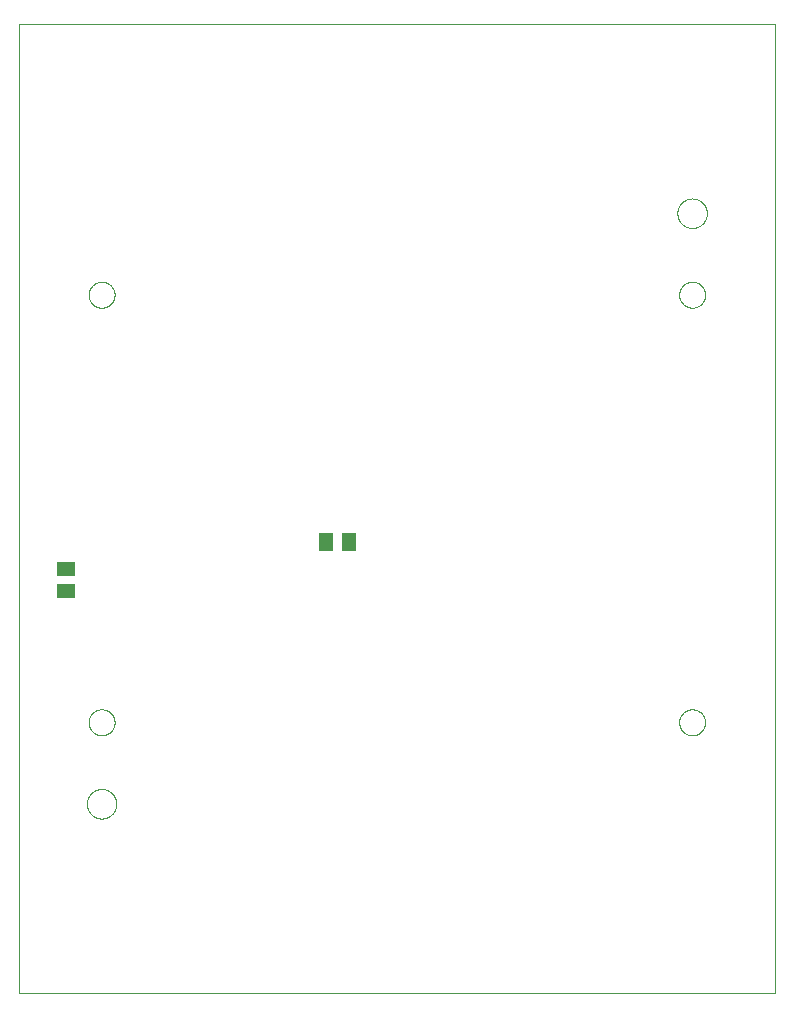
<source format=gbp>
G04 EAGLE Gerber RS-274X export*
G75*
%MOMM*%
%FSLAX34Y34*%
%LPD*%
%INPaste Mask Bottom*%
%IPPOS*%
%AMOC8*
5,1,8,0,0,1.08239X$1,22.5*%
G01*
%ADD10C,0.000000*%
%ADD11R,1.300000X1.500000*%
%ADD12R,1.500000X1.300000*%


D10*
X0Y0D02*
X640000Y0D01*
X640000Y820000D01*
X0Y820000D01*
X0Y0D01*
X557500Y660000D02*
X557504Y660307D01*
X557515Y660613D01*
X557534Y660920D01*
X557560Y661225D01*
X557594Y661530D01*
X557635Y661834D01*
X557684Y662137D01*
X557740Y662439D01*
X557804Y662739D01*
X557875Y663037D01*
X557953Y663334D01*
X558038Y663629D01*
X558131Y663921D01*
X558231Y664211D01*
X558338Y664499D01*
X558452Y664784D01*
X558572Y665066D01*
X558700Y665344D01*
X558835Y665620D01*
X558976Y665892D01*
X559124Y666161D01*
X559278Y666426D01*
X559439Y666687D01*
X559607Y666945D01*
X559780Y667198D01*
X559960Y667446D01*
X560146Y667690D01*
X560337Y667930D01*
X560535Y668165D01*
X560738Y668394D01*
X560947Y668619D01*
X561161Y668839D01*
X561381Y669053D01*
X561606Y669262D01*
X561835Y669465D01*
X562070Y669663D01*
X562310Y669854D01*
X562554Y670040D01*
X562802Y670220D01*
X563055Y670393D01*
X563313Y670561D01*
X563574Y670722D01*
X563839Y670876D01*
X564108Y671024D01*
X564380Y671165D01*
X564656Y671300D01*
X564934Y671428D01*
X565216Y671548D01*
X565501Y671662D01*
X565789Y671769D01*
X566079Y671869D01*
X566371Y671962D01*
X566666Y672047D01*
X566963Y672125D01*
X567261Y672196D01*
X567561Y672260D01*
X567863Y672316D01*
X568166Y672365D01*
X568470Y672406D01*
X568775Y672440D01*
X569080Y672466D01*
X569387Y672485D01*
X569693Y672496D01*
X570000Y672500D01*
X570307Y672496D01*
X570613Y672485D01*
X570920Y672466D01*
X571225Y672440D01*
X571530Y672406D01*
X571834Y672365D01*
X572137Y672316D01*
X572439Y672260D01*
X572739Y672196D01*
X573037Y672125D01*
X573334Y672047D01*
X573629Y671962D01*
X573921Y671869D01*
X574211Y671769D01*
X574499Y671662D01*
X574784Y671548D01*
X575066Y671428D01*
X575344Y671300D01*
X575620Y671165D01*
X575892Y671024D01*
X576161Y670876D01*
X576426Y670722D01*
X576687Y670561D01*
X576945Y670393D01*
X577198Y670220D01*
X577446Y670040D01*
X577690Y669854D01*
X577930Y669663D01*
X578165Y669465D01*
X578394Y669262D01*
X578619Y669053D01*
X578839Y668839D01*
X579053Y668619D01*
X579262Y668394D01*
X579465Y668165D01*
X579663Y667930D01*
X579854Y667690D01*
X580040Y667446D01*
X580220Y667198D01*
X580393Y666945D01*
X580561Y666687D01*
X580722Y666426D01*
X580876Y666161D01*
X581024Y665892D01*
X581165Y665620D01*
X581300Y665344D01*
X581428Y665066D01*
X581548Y664784D01*
X581662Y664499D01*
X581769Y664211D01*
X581869Y663921D01*
X581962Y663629D01*
X582047Y663334D01*
X582125Y663037D01*
X582196Y662739D01*
X582260Y662439D01*
X582316Y662137D01*
X582365Y661834D01*
X582406Y661530D01*
X582440Y661225D01*
X582466Y660920D01*
X582485Y660613D01*
X582496Y660307D01*
X582500Y660000D01*
X582496Y659693D01*
X582485Y659387D01*
X582466Y659080D01*
X582440Y658775D01*
X582406Y658470D01*
X582365Y658166D01*
X582316Y657863D01*
X582260Y657561D01*
X582196Y657261D01*
X582125Y656963D01*
X582047Y656666D01*
X581962Y656371D01*
X581869Y656079D01*
X581769Y655789D01*
X581662Y655501D01*
X581548Y655216D01*
X581428Y654934D01*
X581300Y654656D01*
X581165Y654380D01*
X581024Y654108D01*
X580876Y653839D01*
X580722Y653574D01*
X580561Y653313D01*
X580393Y653055D01*
X580220Y652802D01*
X580040Y652554D01*
X579854Y652310D01*
X579663Y652070D01*
X579465Y651835D01*
X579262Y651606D01*
X579053Y651381D01*
X578839Y651161D01*
X578619Y650947D01*
X578394Y650738D01*
X578165Y650535D01*
X577930Y650337D01*
X577690Y650146D01*
X577446Y649960D01*
X577198Y649780D01*
X576945Y649607D01*
X576687Y649439D01*
X576426Y649278D01*
X576161Y649124D01*
X575892Y648976D01*
X575620Y648835D01*
X575344Y648700D01*
X575066Y648572D01*
X574784Y648452D01*
X574499Y648338D01*
X574211Y648231D01*
X573921Y648131D01*
X573629Y648038D01*
X573334Y647953D01*
X573037Y647875D01*
X572739Y647804D01*
X572439Y647740D01*
X572137Y647684D01*
X571834Y647635D01*
X571530Y647594D01*
X571225Y647560D01*
X570920Y647534D01*
X570613Y647515D01*
X570307Y647504D01*
X570000Y647500D01*
X569693Y647504D01*
X569387Y647515D01*
X569080Y647534D01*
X568775Y647560D01*
X568470Y647594D01*
X568166Y647635D01*
X567863Y647684D01*
X567561Y647740D01*
X567261Y647804D01*
X566963Y647875D01*
X566666Y647953D01*
X566371Y648038D01*
X566079Y648131D01*
X565789Y648231D01*
X565501Y648338D01*
X565216Y648452D01*
X564934Y648572D01*
X564656Y648700D01*
X564380Y648835D01*
X564108Y648976D01*
X563839Y649124D01*
X563574Y649278D01*
X563313Y649439D01*
X563055Y649607D01*
X562802Y649780D01*
X562554Y649960D01*
X562310Y650146D01*
X562070Y650337D01*
X561835Y650535D01*
X561606Y650738D01*
X561381Y650947D01*
X561161Y651161D01*
X560947Y651381D01*
X560738Y651606D01*
X560535Y651835D01*
X560337Y652070D01*
X560146Y652310D01*
X559960Y652554D01*
X559780Y652802D01*
X559607Y653055D01*
X559439Y653313D01*
X559278Y653574D01*
X559124Y653839D01*
X558976Y654108D01*
X558835Y654380D01*
X558700Y654656D01*
X558572Y654934D01*
X558452Y655216D01*
X558338Y655501D01*
X558231Y655789D01*
X558131Y656079D01*
X558038Y656371D01*
X557953Y656666D01*
X557875Y656963D01*
X557804Y657261D01*
X557740Y657561D01*
X557684Y657863D01*
X557635Y658166D01*
X557594Y658470D01*
X557560Y658775D01*
X557534Y659080D01*
X557515Y659387D01*
X557504Y659693D01*
X557500Y660000D01*
X57500Y160000D02*
X57504Y160307D01*
X57515Y160613D01*
X57534Y160920D01*
X57560Y161225D01*
X57594Y161530D01*
X57635Y161834D01*
X57684Y162137D01*
X57740Y162439D01*
X57804Y162739D01*
X57875Y163037D01*
X57953Y163334D01*
X58038Y163629D01*
X58131Y163921D01*
X58231Y164211D01*
X58338Y164499D01*
X58452Y164784D01*
X58572Y165066D01*
X58700Y165344D01*
X58835Y165620D01*
X58976Y165892D01*
X59124Y166161D01*
X59278Y166426D01*
X59439Y166687D01*
X59607Y166945D01*
X59780Y167198D01*
X59960Y167446D01*
X60146Y167690D01*
X60337Y167930D01*
X60535Y168165D01*
X60738Y168394D01*
X60947Y168619D01*
X61161Y168839D01*
X61381Y169053D01*
X61606Y169262D01*
X61835Y169465D01*
X62070Y169663D01*
X62310Y169854D01*
X62554Y170040D01*
X62802Y170220D01*
X63055Y170393D01*
X63313Y170561D01*
X63574Y170722D01*
X63839Y170876D01*
X64108Y171024D01*
X64380Y171165D01*
X64656Y171300D01*
X64934Y171428D01*
X65216Y171548D01*
X65501Y171662D01*
X65789Y171769D01*
X66079Y171869D01*
X66371Y171962D01*
X66666Y172047D01*
X66963Y172125D01*
X67261Y172196D01*
X67561Y172260D01*
X67863Y172316D01*
X68166Y172365D01*
X68470Y172406D01*
X68775Y172440D01*
X69080Y172466D01*
X69387Y172485D01*
X69693Y172496D01*
X70000Y172500D01*
X70307Y172496D01*
X70613Y172485D01*
X70920Y172466D01*
X71225Y172440D01*
X71530Y172406D01*
X71834Y172365D01*
X72137Y172316D01*
X72439Y172260D01*
X72739Y172196D01*
X73037Y172125D01*
X73334Y172047D01*
X73629Y171962D01*
X73921Y171869D01*
X74211Y171769D01*
X74499Y171662D01*
X74784Y171548D01*
X75066Y171428D01*
X75344Y171300D01*
X75620Y171165D01*
X75892Y171024D01*
X76161Y170876D01*
X76426Y170722D01*
X76687Y170561D01*
X76945Y170393D01*
X77198Y170220D01*
X77446Y170040D01*
X77690Y169854D01*
X77930Y169663D01*
X78165Y169465D01*
X78394Y169262D01*
X78619Y169053D01*
X78839Y168839D01*
X79053Y168619D01*
X79262Y168394D01*
X79465Y168165D01*
X79663Y167930D01*
X79854Y167690D01*
X80040Y167446D01*
X80220Y167198D01*
X80393Y166945D01*
X80561Y166687D01*
X80722Y166426D01*
X80876Y166161D01*
X81024Y165892D01*
X81165Y165620D01*
X81300Y165344D01*
X81428Y165066D01*
X81548Y164784D01*
X81662Y164499D01*
X81769Y164211D01*
X81869Y163921D01*
X81962Y163629D01*
X82047Y163334D01*
X82125Y163037D01*
X82196Y162739D01*
X82260Y162439D01*
X82316Y162137D01*
X82365Y161834D01*
X82406Y161530D01*
X82440Y161225D01*
X82466Y160920D01*
X82485Y160613D01*
X82496Y160307D01*
X82500Y160000D01*
X82496Y159693D01*
X82485Y159387D01*
X82466Y159080D01*
X82440Y158775D01*
X82406Y158470D01*
X82365Y158166D01*
X82316Y157863D01*
X82260Y157561D01*
X82196Y157261D01*
X82125Y156963D01*
X82047Y156666D01*
X81962Y156371D01*
X81869Y156079D01*
X81769Y155789D01*
X81662Y155501D01*
X81548Y155216D01*
X81428Y154934D01*
X81300Y154656D01*
X81165Y154380D01*
X81024Y154108D01*
X80876Y153839D01*
X80722Y153574D01*
X80561Y153313D01*
X80393Y153055D01*
X80220Y152802D01*
X80040Y152554D01*
X79854Y152310D01*
X79663Y152070D01*
X79465Y151835D01*
X79262Y151606D01*
X79053Y151381D01*
X78839Y151161D01*
X78619Y150947D01*
X78394Y150738D01*
X78165Y150535D01*
X77930Y150337D01*
X77690Y150146D01*
X77446Y149960D01*
X77198Y149780D01*
X76945Y149607D01*
X76687Y149439D01*
X76426Y149278D01*
X76161Y149124D01*
X75892Y148976D01*
X75620Y148835D01*
X75344Y148700D01*
X75066Y148572D01*
X74784Y148452D01*
X74499Y148338D01*
X74211Y148231D01*
X73921Y148131D01*
X73629Y148038D01*
X73334Y147953D01*
X73037Y147875D01*
X72739Y147804D01*
X72439Y147740D01*
X72137Y147684D01*
X71834Y147635D01*
X71530Y147594D01*
X71225Y147560D01*
X70920Y147534D01*
X70613Y147515D01*
X70307Y147504D01*
X70000Y147500D01*
X69693Y147504D01*
X69387Y147515D01*
X69080Y147534D01*
X68775Y147560D01*
X68470Y147594D01*
X68166Y147635D01*
X67863Y147684D01*
X67561Y147740D01*
X67261Y147804D01*
X66963Y147875D01*
X66666Y147953D01*
X66371Y148038D01*
X66079Y148131D01*
X65789Y148231D01*
X65501Y148338D01*
X65216Y148452D01*
X64934Y148572D01*
X64656Y148700D01*
X64380Y148835D01*
X64108Y148976D01*
X63839Y149124D01*
X63574Y149278D01*
X63313Y149439D01*
X63055Y149607D01*
X62802Y149780D01*
X62554Y149960D01*
X62310Y150146D01*
X62070Y150337D01*
X61835Y150535D01*
X61606Y150738D01*
X61381Y150947D01*
X61161Y151161D01*
X60947Y151381D01*
X60738Y151606D01*
X60535Y151835D01*
X60337Y152070D01*
X60146Y152310D01*
X59960Y152554D01*
X59780Y152802D01*
X59607Y153055D01*
X59439Y153313D01*
X59278Y153574D01*
X59124Y153839D01*
X58976Y154108D01*
X58835Y154380D01*
X58700Y154656D01*
X58572Y154934D01*
X58452Y155216D01*
X58338Y155501D01*
X58231Y155789D01*
X58131Y156079D01*
X58038Y156371D01*
X57953Y156666D01*
X57875Y156963D01*
X57804Y157261D01*
X57740Y157561D01*
X57684Y157863D01*
X57635Y158166D01*
X57594Y158470D01*
X57560Y158775D01*
X57534Y159080D01*
X57515Y159387D01*
X57504Y159693D01*
X57500Y160000D01*
X559000Y591000D02*
X559003Y591270D01*
X559013Y591540D01*
X559030Y591809D01*
X559053Y592078D01*
X559083Y592347D01*
X559119Y592614D01*
X559162Y592881D01*
X559211Y593146D01*
X559267Y593410D01*
X559330Y593673D01*
X559398Y593934D01*
X559474Y594193D01*
X559555Y594450D01*
X559643Y594706D01*
X559737Y594959D01*
X559837Y595210D01*
X559944Y595458D01*
X560056Y595703D01*
X560175Y595946D01*
X560299Y596185D01*
X560429Y596422D01*
X560565Y596655D01*
X560707Y596885D01*
X560854Y597111D01*
X561007Y597334D01*
X561165Y597553D01*
X561328Y597768D01*
X561497Y597978D01*
X561671Y598185D01*
X561850Y598387D01*
X562033Y598585D01*
X562222Y598778D01*
X562415Y598967D01*
X562613Y599150D01*
X562815Y599329D01*
X563022Y599503D01*
X563232Y599672D01*
X563447Y599835D01*
X563666Y599993D01*
X563889Y600146D01*
X564115Y600293D01*
X564345Y600435D01*
X564578Y600571D01*
X564815Y600701D01*
X565054Y600825D01*
X565297Y600944D01*
X565542Y601056D01*
X565790Y601163D01*
X566041Y601263D01*
X566294Y601357D01*
X566550Y601445D01*
X566807Y601526D01*
X567066Y601602D01*
X567327Y601670D01*
X567590Y601733D01*
X567854Y601789D01*
X568119Y601838D01*
X568386Y601881D01*
X568653Y601917D01*
X568922Y601947D01*
X569191Y601970D01*
X569460Y601987D01*
X569730Y601997D01*
X570000Y602000D01*
X570270Y601997D01*
X570540Y601987D01*
X570809Y601970D01*
X571078Y601947D01*
X571347Y601917D01*
X571614Y601881D01*
X571881Y601838D01*
X572146Y601789D01*
X572410Y601733D01*
X572673Y601670D01*
X572934Y601602D01*
X573193Y601526D01*
X573450Y601445D01*
X573706Y601357D01*
X573959Y601263D01*
X574210Y601163D01*
X574458Y601056D01*
X574703Y600944D01*
X574946Y600825D01*
X575185Y600701D01*
X575422Y600571D01*
X575655Y600435D01*
X575885Y600293D01*
X576111Y600146D01*
X576334Y599993D01*
X576553Y599835D01*
X576768Y599672D01*
X576978Y599503D01*
X577185Y599329D01*
X577387Y599150D01*
X577585Y598967D01*
X577778Y598778D01*
X577967Y598585D01*
X578150Y598387D01*
X578329Y598185D01*
X578503Y597978D01*
X578672Y597768D01*
X578835Y597553D01*
X578993Y597334D01*
X579146Y597111D01*
X579293Y596885D01*
X579435Y596655D01*
X579571Y596422D01*
X579701Y596185D01*
X579825Y595946D01*
X579944Y595703D01*
X580056Y595458D01*
X580163Y595210D01*
X580263Y594959D01*
X580357Y594706D01*
X580445Y594450D01*
X580526Y594193D01*
X580602Y593934D01*
X580670Y593673D01*
X580733Y593410D01*
X580789Y593146D01*
X580838Y592881D01*
X580881Y592614D01*
X580917Y592347D01*
X580947Y592078D01*
X580970Y591809D01*
X580987Y591540D01*
X580997Y591270D01*
X581000Y591000D01*
X580997Y590730D01*
X580987Y590460D01*
X580970Y590191D01*
X580947Y589922D01*
X580917Y589653D01*
X580881Y589386D01*
X580838Y589119D01*
X580789Y588854D01*
X580733Y588590D01*
X580670Y588327D01*
X580602Y588066D01*
X580526Y587807D01*
X580445Y587550D01*
X580357Y587294D01*
X580263Y587041D01*
X580163Y586790D01*
X580056Y586542D01*
X579944Y586297D01*
X579825Y586054D01*
X579701Y585815D01*
X579571Y585578D01*
X579435Y585345D01*
X579293Y585115D01*
X579146Y584889D01*
X578993Y584666D01*
X578835Y584447D01*
X578672Y584232D01*
X578503Y584022D01*
X578329Y583815D01*
X578150Y583613D01*
X577967Y583415D01*
X577778Y583222D01*
X577585Y583033D01*
X577387Y582850D01*
X577185Y582671D01*
X576978Y582497D01*
X576768Y582328D01*
X576553Y582165D01*
X576334Y582007D01*
X576111Y581854D01*
X575885Y581707D01*
X575655Y581565D01*
X575422Y581429D01*
X575185Y581299D01*
X574946Y581175D01*
X574703Y581056D01*
X574458Y580944D01*
X574210Y580837D01*
X573959Y580737D01*
X573706Y580643D01*
X573450Y580555D01*
X573193Y580474D01*
X572934Y580398D01*
X572673Y580330D01*
X572410Y580267D01*
X572146Y580211D01*
X571881Y580162D01*
X571614Y580119D01*
X571347Y580083D01*
X571078Y580053D01*
X570809Y580030D01*
X570540Y580013D01*
X570270Y580003D01*
X570000Y580000D01*
X569730Y580003D01*
X569460Y580013D01*
X569191Y580030D01*
X568922Y580053D01*
X568653Y580083D01*
X568386Y580119D01*
X568119Y580162D01*
X567854Y580211D01*
X567590Y580267D01*
X567327Y580330D01*
X567066Y580398D01*
X566807Y580474D01*
X566550Y580555D01*
X566294Y580643D01*
X566041Y580737D01*
X565790Y580837D01*
X565542Y580944D01*
X565297Y581056D01*
X565054Y581175D01*
X564815Y581299D01*
X564578Y581429D01*
X564345Y581565D01*
X564115Y581707D01*
X563889Y581854D01*
X563666Y582007D01*
X563447Y582165D01*
X563232Y582328D01*
X563022Y582497D01*
X562815Y582671D01*
X562613Y582850D01*
X562415Y583033D01*
X562222Y583222D01*
X562033Y583415D01*
X561850Y583613D01*
X561671Y583815D01*
X561497Y584022D01*
X561328Y584232D01*
X561165Y584447D01*
X561007Y584666D01*
X560854Y584889D01*
X560707Y585115D01*
X560565Y585345D01*
X560429Y585578D01*
X560299Y585815D01*
X560175Y586054D01*
X560056Y586297D01*
X559944Y586542D01*
X559837Y586790D01*
X559737Y587041D01*
X559643Y587294D01*
X559555Y587550D01*
X559474Y587807D01*
X559398Y588066D01*
X559330Y588327D01*
X559267Y588590D01*
X559211Y588854D01*
X559162Y589119D01*
X559119Y589386D01*
X559083Y589653D01*
X559053Y589922D01*
X559030Y590191D01*
X559013Y590460D01*
X559003Y590730D01*
X559000Y591000D01*
X559000Y229000D02*
X559003Y229270D01*
X559013Y229540D01*
X559030Y229809D01*
X559053Y230078D01*
X559083Y230347D01*
X559119Y230614D01*
X559162Y230881D01*
X559211Y231146D01*
X559267Y231410D01*
X559330Y231673D01*
X559398Y231934D01*
X559474Y232193D01*
X559555Y232450D01*
X559643Y232706D01*
X559737Y232959D01*
X559837Y233210D01*
X559944Y233458D01*
X560056Y233703D01*
X560175Y233946D01*
X560299Y234185D01*
X560429Y234422D01*
X560565Y234655D01*
X560707Y234885D01*
X560854Y235111D01*
X561007Y235334D01*
X561165Y235553D01*
X561328Y235768D01*
X561497Y235978D01*
X561671Y236185D01*
X561850Y236387D01*
X562033Y236585D01*
X562222Y236778D01*
X562415Y236967D01*
X562613Y237150D01*
X562815Y237329D01*
X563022Y237503D01*
X563232Y237672D01*
X563447Y237835D01*
X563666Y237993D01*
X563889Y238146D01*
X564115Y238293D01*
X564345Y238435D01*
X564578Y238571D01*
X564815Y238701D01*
X565054Y238825D01*
X565297Y238944D01*
X565542Y239056D01*
X565790Y239163D01*
X566041Y239263D01*
X566294Y239357D01*
X566550Y239445D01*
X566807Y239526D01*
X567066Y239602D01*
X567327Y239670D01*
X567590Y239733D01*
X567854Y239789D01*
X568119Y239838D01*
X568386Y239881D01*
X568653Y239917D01*
X568922Y239947D01*
X569191Y239970D01*
X569460Y239987D01*
X569730Y239997D01*
X570000Y240000D01*
X570270Y239997D01*
X570540Y239987D01*
X570809Y239970D01*
X571078Y239947D01*
X571347Y239917D01*
X571614Y239881D01*
X571881Y239838D01*
X572146Y239789D01*
X572410Y239733D01*
X572673Y239670D01*
X572934Y239602D01*
X573193Y239526D01*
X573450Y239445D01*
X573706Y239357D01*
X573959Y239263D01*
X574210Y239163D01*
X574458Y239056D01*
X574703Y238944D01*
X574946Y238825D01*
X575185Y238701D01*
X575422Y238571D01*
X575655Y238435D01*
X575885Y238293D01*
X576111Y238146D01*
X576334Y237993D01*
X576553Y237835D01*
X576768Y237672D01*
X576978Y237503D01*
X577185Y237329D01*
X577387Y237150D01*
X577585Y236967D01*
X577778Y236778D01*
X577967Y236585D01*
X578150Y236387D01*
X578329Y236185D01*
X578503Y235978D01*
X578672Y235768D01*
X578835Y235553D01*
X578993Y235334D01*
X579146Y235111D01*
X579293Y234885D01*
X579435Y234655D01*
X579571Y234422D01*
X579701Y234185D01*
X579825Y233946D01*
X579944Y233703D01*
X580056Y233458D01*
X580163Y233210D01*
X580263Y232959D01*
X580357Y232706D01*
X580445Y232450D01*
X580526Y232193D01*
X580602Y231934D01*
X580670Y231673D01*
X580733Y231410D01*
X580789Y231146D01*
X580838Y230881D01*
X580881Y230614D01*
X580917Y230347D01*
X580947Y230078D01*
X580970Y229809D01*
X580987Y229540D01*
X580997Y229270D01*
X581000Y229000D01*
X580997Y228730D01*
X580987Y228460D01*
X580970Y228191D01*
X580947Y227922D01*
X580917Y227653D01*
X580881Y227386D01*
X580838Y227119D01*
X580789Y226854D01*
X580733Y226590D01*
X580670Y226327D01*
X580602Y226066D01*
X580526Y225807D01*
X580445Y225550D01*
X580357Y225294D01*
X580263Y225041D01*
X580163Y224790D01*
X580056Y224542D01*
X579944Y224297D01*
X579825Y224054D01*
X579701Y223815D01*
X579571Y223578D01*
X579435Y223345D01*
X579293Y223115D01*
X579146Y222889D01*
X578993Y222666D01*
X578835Y222447D01*
X578672Y222232D01*
X578503Y222022D01*
X578329Y221815D01*
X578150Y221613D01*
X577967Y221415D01*
X577778Y221222D01*
X577585Y221033D01*
X577387Y220850D01*
X577185Y220671D01*
X576978Y220497D01*
X576768Y220328D01*
X576553Y220165D01*
X576334Y220007D01*
X576111Y219854D01*
X575885Y219707D01*
X575655Y219565D01*
X575422Y219429D01*
X575185Y219299D01*
X574946Y219175D01*
X574703Y219056D01*
X574458Y218944D01*
X574210Y218837D01*
X573959Y218737D01*
X573706Y218643D01*
X573450Y218555D01*
X573193Y218474D01*
X572934Y218398D01*
X572673Y218330D01*
X572410Y218267D01*
X572146Y218211D01*
X571881Y218162D01*
X571614Y218119D01*
X571347Y218083D01*
X571078Y218053D01*
X570809Y218030D01*
X570540Y218013D01*
X570270Y218003D01*
X570000Y218000D01*
X569730Y218003D01*
X569460Y218013D01*
X569191Y218030D01*
X568922Y218053D01*
X568653Y218083D01*
X568386Y218119D01*
X568119Y218162D01*
X567854Y218211D01*
X567590Y218267D01*
X567327Y218330D01*
X567066Y218398D01*
X566807Y218474D01*
X566550Y218555D01*
X566294Y218643D01*
X566041Y218737D01*
X565790Y218837D01*
X565542Y218944D01*
X565297Y219056D01*
X565054Y219175D01*
X564815Y219299D01*
X564578Y219429D01*
X564345Y219565D01*
X564115Y219707D01*
X563889Y219854D01*
X563666Y220007D01*
X563447Y220165D01*
X563232Y220328D01*
X563022Y220497D01*
X562815Y220671D01*
X562613Y220850D01*
X562415Y221033D01*
X562222Y221222D01*
X562033Y221415D01*
X561850Y221613D01*
X561671Y221815D01*
X561497Y222022D01*
X561328Y222232D01*
X561165Y222447D01*
X561007Y222666D01*
X560854Y222889D01*
X560707Y223115D01*
X560565Y223345D01*
X560429Y223578D01*
X560299Y223815D01*
X560175Y224054D01*
X560056Y224297D01*
X559944Y224542D01*
X559837Y224790D01*
X559737Y225041D01*
X559643Y225294D01*
X559555Y225550D01*
X559474Y225807D01*
X559398Y226066D01*
X559330Y226327D01*
X559267Y226590D01*
X559211Y226854D01*
X559162Y227119D01*
X559119Y227386D01*
X559083Y227653D01*
X559053Y227922D01*
X559030Y228191D01*
X559013Y228460D01*
X559003Y228730D01*
X559000Y229000D01*
X59000Y229000D02*
X59003Y229270D01*
X59013Y229540D01*
X59030Y229809D01*
X59053Y230078D01*
X59083Y230347D01*
X59119Y230614D01*
X59162Y230881D01*
X59211Y231146D01*
X59267Y231410D01*
X59330Y231673D01*
X59398Y231934D01*
X59474Y232193D01*
X59555Y232450D01*
X59643Y232706D01*
X59737Y232959D01*
X59837Y233210D01*
X59944Y233458D01*
X60056Y233703D01*
X60175Y233946D01*
X60299Y234185D01*
X60429Y234422D01*
X60565Y234655D01*
X60707Y234885D01*
X60854Y235111D01*
X61007Y235334D01*
X61165Y235553D01*
X61328Y235768D01*
X61497Y235978D01*
X61671Y236185D01*
X61850Y236387D01*
X62033Y236585D01*
X62222Y236778D01*
X62415Y236967D01*
X62613Y237150D01*
X62815Y237329D01*
X63022Y237503D01*
X63232Y237672D01*
X63447Y237835D01*
X63666Y237993D01*
X63889Y238146D01*
X64115Y238293D01*
X64345Y238435D01*
X64578Y238571D01*
X64815Y238701D01*
X65054Y238825D01*
X65297Y238944D01*
X65542Y239056D01*
X65790Y239163D01*
X66041Y239263D01*
X66294Y239357D01*
X66550Y239445D01*
X66807Y239526D01*
X67066Y239602D01*
X67327Y239670D01*
X67590Y239733D01*
X67854Y239789D01*
X68119Y239838D01*
X68386Y239881D01*
X68653Y239917D01*
X68922Y239947D01*
X69191Y239970D01*
X69460Y239987D01*
X69730Y239997D01*
X70000Y240000D01*
X70270Y239997D01*
X70540Y239987D01*
X70809Y239970D01*
X71078Y239947D01*
X71347Y239917D01*
X71614Y239881D01*
X71881Y239838D01*
X72146Y239789D01*
X72410Y239733D01*
X72673Y239670D01*
X72934Y239602D01*
X73193Y239526D01*
X73450Y239445D01*
X73706Y239357D01*
X73959Y239263D01*
X74210Y239163D01*
X74458Y239056D01*
X74703Y238944D01*
X74946Y238825D01*
X75185Y238701D01*
X75422Y238571D01*
X75655Y238435D01*
X75885Y238293D01*
X76111Y238146D01*
X76334Y237993D01*
X76553Y237835D01*
X76768Y237672D01*
X76978Y237503D01*
X77185Y237329D01*
X77387Y237150D01*
X77585Y236967D01*
X77778Y236778D01*
X77967Y236585D01*
X78150Y236387D01*
X78329Y236185D01*
X78503Y235978D01*
X78672Y235768D01*
X78835Y235553D01*
X78993Y235334D01*
X79146Y235111D01*
X79293Y234885D01*
X79435Y234655D01*
X79571Y234422D01*
X79701Y234185D01*
X79825Y233946D01*
X79944Y233703D01*
X80056Y233458D01*
X80163Y233210D01*
X80263Y232959D01*
X80357Y232706D01*
X80445Y232450D01*
X80526Y232193D01*
X80602Y231934D01*
X80670Y231673D01*
X80733Y231410D01*
X80789Y231146D01*
X80838Y230881D01*
X80881Y230614D01*
X80917Y230347D01*
X80947Y230078D01*
X80970Y229809D01*
X80987Y229540D01*
X80997Y229270D01*
X81000Y229000D01*
X80997Y228730D01*
X80987Y228460D01*
X80970Y228191D01*
X80947Y227922D01*
X80917Y227653D01*
X80881Y227386D01*
X80838Y227119D01*
X80789Y226854D01*
X80733Y226590D01*
X80670Y226327D01*
X80602Y226066D01*
X80526Y225807D01*
X80445Y225550D01*
X80357Y225294D01*
X80263Y225041D01*
X80163Y224790D01*
X80056Y224542D01*
X79944Y224297D01*
X79825Y224054D01*
X79701Y223815D01*
X79571Y223578D01*
X79435Y223345D01*
X79293Y223115D01*
X79146Y222889D01*
X78993Y222666D01*
X78835Y222447D01*
X78672Y222232D01*
X78503Y222022D01*
X78329Y221815D01*
X78150Y221613D01*
X77967Y221415D01*
X77778Y221222D01*
X77585Y221033D01*
X77387Y220850D01*
X77185Y220671D01*
X76978Y220497D01*
X76768Y220328D01*
X76553Y220165D01*
X76334Y220007D01*
X76111Y219854D01*
X75885Y219707D01*
X75655Y219565D01*
X75422Y219429D01*
X75185Y219299D01*
X74946Y219175D01*
X74703Y219056D01*
X74458Y218944D01*
X74210Y218837D01*
X73959Y218737D01*
X73706Y218643D01*
X73450Y218555D01*
X73193Y218474D01*
X72934Y218398D01*
X72673Y218330D01*
X72410Y218267D01*
X72146Y218211D01*
X71881Y218162D01*
X71614Y218119D01*
X71347Y218083D01*
X71078Y218053D01*
X70809Y218030D01*
X70540Y218013D01*
X70270Y218003D01*
X70000Y218000D01*
X69730Y218003D01*
X69460Y218013D01*
X69191Y218030D01*
X68922Y218053D01*
X68653Y218083D01*
X68386Y218119D01*
X68119Y218162D01*
X67854Y218211D01*
X67590Y218267D01*
X67327Y218330D01*
X67066Y218398D01*
X66807Y218474D01*
X66550Y218555D01*
X66294Y218643D01*
X66041Y218737D01*
X65790Y218837D01*
X65542Y218944D01*
X65297Y219056D01*
X65054Y219175D01*
X64815Y219299D01*
X64578Y219429D01*
X64345Y219565D01*
X64115Y219707D01*
X63889Y219854D01*
X63666Y220007D01*
X63447Y220165D01*
X63232Y220328D01*
X63022Y220497D01*
X62815Y220671D01*
X62613Y220850D01*
X62415Y221033D01*
X62222Y221222D01*
X62033Y221415D01*
X61850Y221613D01*
X61671Y221815D01*
X61497Y222022D01*
X61328Y222232D01*
X61165Y222447D01*
X61007Y222666D01*
X60854Y222889D01*
X60707Y223115D01*
X60565Y223345D01*
X60429Y223578D01*
X60299Y223815D01*
X60175Y224054D01*
X60056Y224297D01*
X59944Y224542D01*
X59837Y224790D01*
X59737Y225041D01*
X59643Y225294D01*
X59555Y225550D01*
X59474Y225807D01*
X59398Y226066D01*
X59330Y226327D01*
X59267Y226590D01*
X59211Y226854D01*
X59162Y227119D01*
X59119Y227386D01*
X59083Y227653D01*
X59053Y227922D01*
X59030Y228191D01*
X59013Y228460D01*
X59003Y228730D01*
X59000Y229000D01*
X59000Y591000D02*
X59003Y591270D01*
X59013Y591540D01*
X59030Y591809D01*
X59053Y592078D01*
X59083Y592347D01*
X59119Y592614D01*
X59162Y592881D01*
X59211Y593146D01*
X59267Y593410D01*
X59330Y593673D01*
X59398Y593934D01*
X59474Y594193D01*
X59555Y594450D01*
X59643Y594706D01*
X59737Y594959D01*
X59837Y595210D01*
X59944Y595458D01*
X60056Y595703D01*
X60175Y595946D01*
X60299Y596185D01*
X60429Y596422D01*
X60565Y596655D01*
X60707Y596885D01*
X60854Y597111D01*
X61007Y597334D01*
X61165Y597553D01*
X61328Y597768D01*
X61497Y597978D01*
X61671Y598185D01*
X61850Y598387D01*
X62033Y598585D01*
X62222Y598778D01*
X62415Y598967D01*
X62613Y599150D01*
X62815Y599329D01*
X63022Y599503D01*
X63232Y599672D01*
X63447Y599835D01*
X63666Y599993D01*
X63889Y600146D01*
X64115Y600293D01*
X64345Y600435D01*
X64578Y600571D01*
X64815Y600701D01*
X65054Y600825D01*
X65297Y600944D01*
X65542Y601056D01*
X65790Y601163D01*
X66041Y601263D01*
X66294Y601357D01*
X66550Y601445D01*
X66807Y601526D01*
X67066Y601602D01*
X67327Y601670D01*
X67590Y601733D01*
X67854Y601789D01*
X68119Y601838D01*
X68386Y601881D01*
X68653Y601917D01*
X68922Y601947D01*
X69191Y601970D01*
X69460Y601987D01*
X69730Y601997D01*
X70000Y602000D01*
X70270Y601997D01*
X70540Y601987D01*
X70809Y601970D01*
X71078Y601947D01*
X71347Y601917D01*
X71614Y601881D01*
X71881Y601838D01*
X72146Y601789D01*
X72410Y601733D01*
X72673Y601670D01*
X72934Y601602D01*
X73193Y601526D01*
X73450Y601445D01*
X73706Y601357D01*
X73959Y601263D01*
X74210Y601163D01*
X74458Y601056D01*
X74703Y600944D01*
X74946Y600825D01*
X75185Y600701D01*
X75422Y600571D01*
X75655Y600435D01*
X75885Y600293D01*
X76111Y600146D01*
X76334Y599993D01*
X76553Y599835D01*
X76768Y599672D01*
X76978Y599503D01*
X77185Y599329D01*
X77387Y599150D01*
X77585Y598967D01*
X77778Y598778D01*
X77967Y598585D01*
X78150Y598387D01*
X78329Y598185D01*
X78503Y597978D01*
X78672Y597768D01*
X78835Y597553D01*
X78993Y597334D01*
X79146Y597111D01*
X79293Y596885D01*
X79435Y596655D01*
X79571Y596422D01*
X79701Y596185D01*
X79825Y595946D01*
X79944Y595703D01*
X80056Y595458D01*
X80163Y595210D01*
X80263Y594959D01*
X80357Y594706D01*
X80445Y594450D01*
X80526Y594193D01*
X80602Y593934D01*
X80670Y593673D01*
X80733Y593410D01*
X80789Y593146D01*
X80838Y592881D01*
X80881Y592614D01*
X80917Y592347D01*
X80947Y592078D01*
X80970Y591809D01*
X80987Y591540D01*
X80997Y591270D01*
X81000Y591000D01*
X80997Y590730D01*
X80987Y590460D01*
X80970Y590191D01*
X80947Y589922D01*
X80917Y589653D01*
X80881Y589386D01*
X80838Y589119D01*
X80789Y588854D01*
X80733Y588590D01*
X80670Y588327D01*
X80602Y588066D01*
X80526Y587807D01*
X80445Y587550D01*
X80357Y587294D01*
X80263Y587041D01*
X80163Y586790D01*
X80056Y586542D01*
X79944Y586297D01*
X79825Y586054D01*
X79701Y585815D01*
X79571Y585578D01*
X79435Y585345D01*
X79293Y585115D01*
X79146Y584889D01*
X78993Y584666D01*
X78835Y584447D01*
X78672Y584232D01*
X78503Y584022D01*
X78329Y583815D01*
X78150Y583613D01*
X77967Y583415D01*
X77778Y583222D01*
X77585Y583033D01*
X77387Y582850D01*
X77185Y582671D01*
X76978Y582497D01*
X76768Y582328D01*
X76553Y582165D01*
X76334Y582007D01*
X76111Y581854D01*
X75885Y581707D01*
X75655Y581565D01*
X75422Y581429D01*
X75185Y581299D01*
X74946Y581175D01*
X74703Y581056D01*
X74458Y580944D01*
X74210Y580837D01*
X73959Y580737D01*
X73706Y580643D01*
X73450Y580555D01*
X73193Y580474D01*
X72934Y580398D01*
X72673Y580330D01*
X72410Y580267D01*
X72146Y580211D01*
X71881Y580162D01*
X71614Y580119D01*
X71347Y580083D01*
X71078Y580053D01*
X70809Y580030D01*
X70540Y580013D01*
X70270Y580003D01*
X70000Y580000D01*
X69730Y580003D01*
X69460Y580013D01*
X69191Y580030D01*
X68922Y580053D01*
X68653Y580083D01*
X68386Y580119D01*
X68119Y580162D01*
X67854Y580211D01*
X67590Y580267D01*
X67327Y580330D01*
X67066Y580398D01*
X66807Y580474D01*
X66550Y580555D01*
X66294Y580643D01*
X66041Y580737D01*
X65790Y580837D01*
X65542Y580944D01*
X65297Y581056D01*
X65054Y581175D01*
X64815Y581299D01*
X64578Y581429D01*
X64345Y581565D01*
X64115Y581707D01*
X63889Y581854D01*
X63666Y582007D01*
X63447Y582165D01*
X63232Y582328D01*
X63022Y582497D01*
X62815Y582671D01*
X62613Y582850D01*
X62415Y583033D01*
X62222Y583222D01*
X62033Y583415D01*
X61850Y583613D01*
X61671Y583815D01*
X61497Y584022D01*
X61328Y584232D01*
X61165Y584447D01*
X61007Y584666D01*
X60854Y584889D01*
X60707Y585115D01*
X60565Y585345D01*
X60429Y585578D01*
X60299Y585815D01*
X60175Y586054D01*
X60056Y586297D01*
X59944Y586542D01*
X59837Y586790D01*
X59737Y587041D01*
X59643Y587294D01*
X59555Y587550D01*
X59474Y587807D01*
X59398Y588066D01*
X59330Y588327D01*
X59267Y588590D01*
X59211Y588854D01*
X59162Y589119D01*
X59119Y589386D01*
X59083Y589653D01*
X59053Y589922D01*
X59030Y590191D01*
X59013Y590460D01*
X59003Y590730D01*
X59000Y591000D01*
D11*
X279200Y381500D03*
X260200Y381500D03*
D12*
X40000Y359000D03*
X40000Y340000D03*
M02*

</source>
